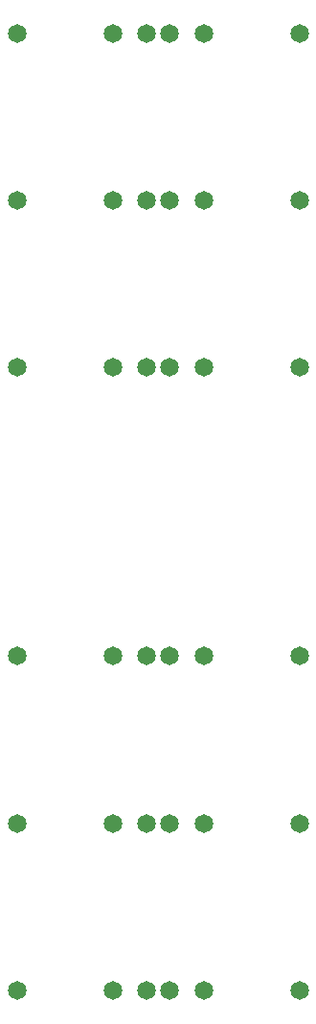
<source format=gbp>
G04 #@! TF.GenerationSoftware,KiCad,Pcbnew,(5.0.0)*
G04 #@! TF.CreationDate,2018-08-12T22:02:32+02:00*
G04 #@! TF.ProjectId,twobytwotone,74776F627974776F746F6E652E6B6963,rev?*
G04 #@! TF.SameCoordinates,Original*
G04 #@! TF.FileFunction,Paste,Bot*
G04 #@! TF.FilePolarity,Positive*
%FSLAX46Y46*%
G04 Gerber Fmt 4.6, Leading zero omitted, Abs format (unit mm)*
G04 Created by KiCad (PCBNEW (5.0.0)) date 08/12/18 22:02:32*
%MOMM*%
%LPD*%
G01*
G04 APERTURE LIST*
%ADD10C,1.648460*%
G04 APERTURE END LIST*
D10*
G04 #@! TO.C,J_CV_1*
X13499860Y-5250000D03*
X10497580Y-5250000D03*
X2001280Y-5250000D03*
G04 #@! TD*
G04 #@! TO.C,J_CV_2*
X15500140Y-5250000D03*
X18502420Y-5250000D03*
X26998720Y-5250000D03*
G04 #@! TD*
G04 #@! TO.C,J_CV_3*
X13499860Y-60250000D03*
X10497580Y-60250000D03*
X2001280Y-60250000D03*
G04 #@! TD*
G04 #@! TO.C,J_CV_4*
X26998720Y-60250000D03*
X18502420Y-60250000D03*
X15500140Y-60250000D03*
G04 #@! TD*
G04 #@! TO.C,J_IN_1*
X2001280Y-20000000D03*
X10497580Y-20000000D03*
X13499860Y-20000000D03*
G04 #@! TD*
G04 #@! TO.C,J_IN_2*
X15500140Y-20000000D03*
X18502420Y-20000000D03*
X26998720Y-20000000D03*
G04 #@! TD*
G04 #@! TO.C,J_IN_3*
X2001280Y-75000000D03*
X10497580Y-75000000D03*
X13499860Y-75000000D03*
G04 #@! TD*
G04 #@! TO.C,J_IN_4*
X26998720Y-75000000D03*
X18502420Y-75000000D03*
X15500140Y-75000000D03*
G04 #@! TD*
G04 #@! TO.C,J_OUT_1*
X2001280Y-34750000D03*
X10497580Y-34750000D03*
X13499860Y-34750000D03*
G04 #@! TD*
G04 #@! TO.C,J_OUT_2*
X26998720Y-34750000D03*
X18502420Y-34750000D03*
X15500140Y-34750000D03*
G04 #@! TD*
G04 #@! TO.C,J_OUT_3*
X13499860Y-89750000D03*
X10497580Y-89750000D03*
X2001280Y-89750000D03*
G04 #@! TD*
G04 #@! TO.C,J_OUT_4*
X15500140Y-89750000D03*
X18502420Y-89750000D03*
X26998720Y-89750000D03*
G04 #@! TD*
M02*

</source>
